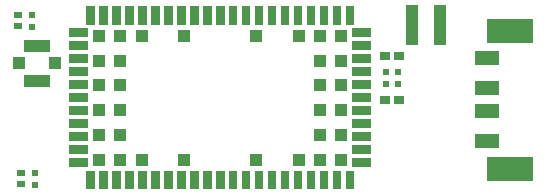
<source format=gtp>
G04 Layer_Color=8421504*
%FSLAX25Y25*%
%MOIN*%
G70*
G01*
G75*
%ADD10R,0.07874X0.04724*%
%ADD11R,0.15748X0.08268*%
%ADD12R,0.04134X0.03937*%
%ADD13R,0.08661X0.04134*%
%ADD18R,0.02756X0.02362*%
%ADD19R,0.02756X0.02362*%
%ADD20R,0.03858X0.13386*%
%ADD21R,0.02028X0.02362*%
%ADD22R,0.02362X0.02028*%
%ADD23R,0.03347X0.02559*%
%ADD78R,0.05118X0.02362*%
%ADD79R,0.02362X0.05118*%
%ADD80R,0.04134X0.04134*%
G36*
X28853Y14870D02*
X22750D01*
Y17823D01*
X28853D01*
Y14870D01*
D02*
G37*
G36*
X117731Y7488D02*
X114778D01*
Y13590D01*
X117731D01*
Y7488D01*
D02*
G37*
G36*
X28853Y19201D02*
X22750D01*
Y22153D01*
X28853D01*
Y19201D01*
D02*
G37*
G36*
X123144Y14870D02*
X117042D01*
Y17823D01*
X123144D01*
Y14870D01*
D02*
G37*
G36*
X104739Y7488D02*
X101786D01*
Y13590D01*
X104739D01*
Y7488D01*
D02*
G37*
G36*
X100408D02*
X97455D01*
Y13590D01*
X100408D01*
Y7488D01*
D02*
G37*
G36*
X113400D02*
X110447D01*
Y13590D01*
X113400D01*
Y7488D01*
D02*
G37*
G36*
X109069D02*
X106117D01*
Y13590D01*
X109069D01*
Y7488D01*
D02*
G37*
G36*
X28853Y32193D02*
X22750D01*
Y35146D01*
X28853D01*
Y32193D01*
D02*
G37*
G36*
X123144Y27862D02*
X117042D01*
Y30815D01*
X123144D01*
Y27862D01*
D02*
G37*
G36*
X28853Y36524D02*
X22750D01*
Y39476D01*
X28853D01*
Y36524D01*
D02*
G37*
G36*
X123144Y32193D02*
X117042D01*
Y35146D01*
X123144D01*
Y32193D01*
D02*
G37*
G36*
X28853Y23531D02*
X22750D01*
Y26484D01*
X28853D01*
Y23531D01*
D02*
G37*
G36*
X123144Y19201D02*
X117042D01*
Y22153D01*
X123144D01*
Y19201D01*
D02*
G37*
G36*
X28853Y27862D02*
X22750D01*
Y30815D01*
X28853D01*
Y27862D01*
D02*
G37*
G36*
X123144Y23531D02*
X117042D01*
Y26484D01*
X123144D01*
Y23531D01*
D02*
G37*
G36*
X52770Y7488D02*
X49817D01*
Y13590D01*
X52770D01*
Y7488D01*
D02*
G37*
G36*
X48439D02*
X45487D01*
Y13590D01*
X48439D01*
Y7488D01*
D02*
G37*
G36*
X61431D02*
X58479D01*
Y13590D01*
X61431D01*
Y7488D01*
D02*
G37*
G36*
X57101D02*
X54148D01*
Y13590D01*
X57101D01*
Y7488D01*
D02*
G37*
G36*
X35447D02*
X32495D01*
Y13590D01*
X35447D01*
Y7488D01*
D02*
G37*
G36*
X31117D02*
X28164D01*
Y13590D01*
X31117D01*
Y7488D01*
D02*
G37*
G36*
X44109D02*
X41156D01*
Y13590D01*
X44109D01*
Y7488D01*
D02*
G37*
G36*
X39778D02*
X36825D01*
Y13590D01*
X39778D01*
Y7488D01*
D02*
G37*
G36*
X87416D02*
X84463D01*
Y13590D01*
X87416D01*
Y7488D01*
D02*
G37*
G36*
X83085D02*
X80132D01*
Y13590D01*
X83085D01*
Y7488D01*
D02*
G37*
G36*
X96077D02*
X93125D01*
Y13590D01*
X96077D01*
Y7488D01*
D02*
G37*
G36*
X91746D02*
X88794D01*
Y13590D01*
X91746D01*
Y7488D01*
D02*
G37*
G36*
X70093D02*
X67140D01*
Y13590D01*
X70093D01*
Y7488D01*
D02*
G37*
G36*
X65762D02*
X62809D01*
Y13590D01*
X65762D01*
Y7488D01*
D02*
G37*
G36*
X78754D02*
X75802D01*
Y13590D01*
X78754D01*
Y7488D01*
D02*
G37*
G36*
X74424D02*
X71471D01*
Y13590D01*
X74424D01*
Y7488D01*
D02*
G37*
G36*
Y62410D02*
X71471D01*
Y68512D01*
X74424D01*
Y62410D01*
D02*
G37*
G36*
X70093D02*
X67140D01*
Y68512D01*
X70093D01*
Y62410D01*
D02*
G37*
G36*
X83085D02*
X80132D01*
Y68512D01*
X83085D01*
Y62410D01*
D02*
G37*
G36*
X78754D02*
X75802D01*
Y68512D01*
X78754D01*
Y62410D01*
D02*
G37*
G36*
X57101D02*
X54148D01*
Y68512D01*
X57101D01*
Y62410D01*
D02*
G37*
G36*
X52770D02*
X49817D01*
Y68512D01*
X52770D01*
Y62410D01*
D02*
G37*
G36*
X65762D02*
X62809D01*
Y68512D01*
X65762D01*
Y62410D01*
D02*
G37*
G36*
X61431D02*
X58479D01*
Y68512D01*
X61431D01*
Y62410D01*
D02*
G37*
G36*
X109069D02*
X106117D01*
Y68512D01*
X109069D01*
Y62410D01*
D02*
G37*
G36*
X104739D02*
X101786D01*
Y68512D01*
X104739D01*
Y62410D01*
D02*
G37*
G36*
X117731D02*
X114778D01*
Y68512D01*
X117731D01*
Y62410D01*
D02*
G37*
G36*
X113400D02*
X110447D01*
Y68512D01*
X113400D01*
Y62410D01*
D02*
G37*
G36*
X91746D02*
X88794D01*
Y68512D01*
X91746D01*
Y62410D01*
D02*
G37*
G36*
X87416D02*
X84463D01*
Y68512D01*
X87416D01*
Y62410D01*
D02*
G37*
G36*
X100408D02*
X97455D01*
Y68512D01*
X100408D01*
Y62410D01*
D02*
G37*
G36*
X96077D02*
X93125D01*
Y68512D01*
X96077D01*
Y62410D01*
D02*
G37*
G36*
X123144Y49516D02*
X117042D01*
Y52469D01*
X123144D01*
Y49516D01*
D02*
G37*
G36*
Y45185D02*
X117042D01*
Y48138D01*
X123144D01*
Y45185D01*
D02*
G37*
G36*
X28853Y53847D02*
X22750D01*
Y56799D01*
X28853D01*
Y53847D01*
D02*
G37*
G36*
Y49516D02*
X22750D01*
Y52469D01*
X28853D01*
Y49516D01*
D02*
G37*
G36*
Y40854D02*
X22750D01*
Y43807D01*
X28853D01*
Y40854D01*
D02*
G37*
G36*
X123144Y36524D02*
X117042D01*
Y39476D01*
X123144D01*
Y36524D01*
D02*
G37*
G36*
X28853Y45185D02*
X22750D01*
Y48138D01*
X28853D01*
Y45185D01*
D02*
G37*
G36*
X123144Y40854D02*
X117042D01*
Y43807D01*
X123144D01*
Y40854D01*
D02*
G37*
G36*
X39778Y62410D02*
X36825D01*
Y68512D01*
X39778D01*
Y62410D01*
D02*
G37*
G36*
X35447D02*
X32495D01*
Y68512D01*
X35447D01*
Y62410D01*
D02*
G37*
G36*
X48439D02*
X45487D01*
Y68512D01*
X48439D01*
Y62410D01*
D02*
G37*
G36*
X44109D02*
X41156D01*
Y68512D01*
X44109D01*
Y62410D01*
D02*
G37*
G36*
X28853Y58177D02*
X22750D01*
Y61130D01*
X28853D01*
Y58177D01*
D02*
G37*
G36*
X123144Y53847D02*
X117042D01*
Y56799D01*
X123144D01*
Y53847D01*
D02*
G37*
G36*
X31117Y62410D02*
X28164D01*
Y68512D01*
X31117D01*
Y62410D01*
D02*
G37*
G36*
X123144Y58177D02*
X117042D01*
Y61130D01*
X123144D01*
Y58177D01*
D02*
G37*
D10*
X161864Y33463D02*
D03*
Y41337D02*
D03*
Y23620D02*
D03*
Y51179D02*
D03*
D11*
X169541Y14368D02*
D03*
X169541Y60431D02*
D03*
D12*
X18004Y49500D02*
D03*
X5996D02*
D03*
D13*
X12000Y43693D02*
D03*
Y55307D02*
D03*
D18*
X6500Y9130D02*
D03*
X5500Y65570D02*
D03*
D19*
X6500Y12870D02*
D03*
X5500Y61830D02*
D03*
D20*
X146265Y62400D02*
D03*
X136935D02*
D03*
D21*
X132218Y42500D02*
D03*
X128182D02*
D03*
X132218Y46600D02*
D03*
X128182D02*
D03*
D22*
X10100Y65718D02*
D03*
Y61682D02*
D03*
X11100Y12818D02*
D03*
Y8782D02*
D03*
D23*
X132562Y51900D02*
D03*
X127838D02*
D03*
X132562Y37300D02*
D03*
X127838D02*
D03*
D78*
X119994Y59654D02*
D03*
Y55323D02*
D03*
Y50992D02*
D03*
Y46661D02*
D03*
Y42331D02*
D03*
Y38000D02*
D03*
Y33669D02*
D03*
Y29339D02*
D03*
Y25008D02*
D03*
Y20677D02*
D03*
Y16346D02*
D03*
X25900Y59654D02*
D03*
Y50992D02*
D03*
Y55323D02*
D03*
Y46661D02*
D03*
Y42331D02*
D03*
Y33669D02*
D03*
Y38000D02*
D03*
Y25008D02*
D03*
Y20677D02*
D03*
Y29339D02*
D03*
Y16346D02*
D03*
D79*
X116254Y65362D02*
D03*
X111924D02*
D03*
X107593D02*
D03*
X103262D02*
D03*
X94601D02*
D03*
X98931D02*
D03*
X90270D02*
D03*
X72947D02*
D03*
X77278D02*
D03*
X68617D02*
D03*
X85939D02*
D03*
X81609D02*
D03*
X116254Y10638D02*
D03*
X111924D02*
D03*
X107593D02*
D03*
X103262D02*
D03*
X94601D02*
D03*
X98931D02*
D03*
X90270D02*
D03*
X85939D02*
D03*
X81609D02*
D03*
X72947D02*
D03*
X68617D02*
D03*
X77278D02*
D03*
X64286Y65362D02*
D03*
X55624D02*
D03*
X59955D02*
D03*
X51294D02*
D03*
X42632D02*
D03*
X38302D02*
D03*
X46963D02*
D03*
X33971D02*
D03*
X29640D02*
D03*
X59955Y10638D02*
D03*
X51294D02*
D03*
X55625D02*
D03*
X46963D02*
D03*
X33971D02*
D03*
X64286D02*
D03*
X42632D02*
D03*
X38302D02*
D03*
X29640D02*
D03*
D80*
X113302Y58669D02*
D03*
Y50402D02*
D03*
Y42134D02*
D03*
X106215D02*
D03*
Y58669D02*
D03*
Y50402D02*
D03*
X99128Y58669D02*
D03*
X84955D02*
D03*
X113302Y33866D02*
D03*
X106215D02*
D03*
X113302Y25598D02*
D03*
Y17331D02*
D03*
X106215D02*
D03*
Y25598D02*
D03*
X99128Y17331D02*
D03*
X84955D02*
D03*
X46766Y58669D02*
D03*
X60939D02*
D03*
X39680D02*
D03*
Y42134D02*
D03*
Y50402D02*
D03*
X32593Y58669D02*
D03*
Y50402D02*
D03*
Y42134D02*
D03*
X60939Y17331D02*
D03*
X46766D02*
D03*
X39680Y25598D02*
D03*
Y17331D02*
D03*
Y33866D02*
D03*
X32593D02*
D03*
Y25598D02*
D03*
Y17331D02*
D03*
M02*

</source>
